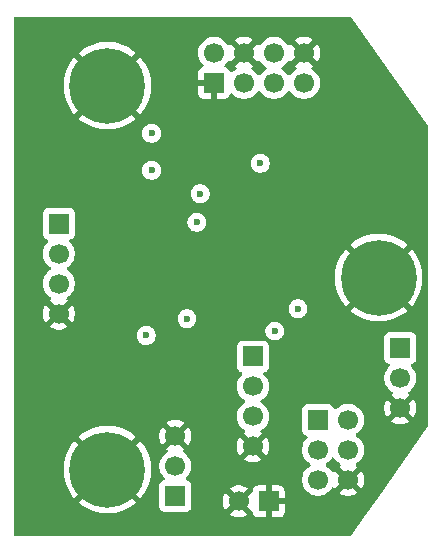
<source format=gbr>
%TF.GenerationSoftware,KiCad,Pcbnew,9.0.4*%
%TF.CreationDate,2025-11-07T20:41:43+01:00*%
%TF.ProjectId,SB_Mod_SR04,53425f4d-6f64-45f5-9352-30342e6b6963,rev?*%
%TF.SameCoordinates,Original*%
%TF.FileFunction,Copper,L3,Inr*%
%TF.FilePolarity,Positive*%
%FSLAX46Y46*%
G04 Gerber Fmt 4.6, Leading zero omitted, Abs format (unit mm)*
G04 Created by KiCad (PCBNEW 9.0.4) date 2025-11-07 20:41:43*
%MOMM*%
%LPD*%
G01*
G04 APERTURE LIST*
%TA.AperFunction,ComponentPad*%
%ADD10R,1.700000X1.700000*%
%TD*%
%TA.AperFunction,ComponentPad*%
%ADD11C,1.700000*%
%TD*%
%TA.AperFunction,ComponentPad*%
%ADD12C,6.400000*%
%TD*%
%TA.AperFunction,ViaPad*%
%ADD13C,0.600000*%
%TD*%
G04 APERTURE END LIST*
D10*
%TO.N,GND*%
%TO.C,J2*%
X122255200Y-117195600D03*
D11*
X119715200Y-117195600D03*
%TD*%
D10*
%TO.N,/SB_ACT*%
%TO.C,J3*%
X120929400Y-104927400D03*
D11*
%TO.N,/SB_DAT*%
X120929400Y-107467400D03*
%TO.N,/SB_CLK*%
X120929400Y-110007400D03*
%TO.N,GND*%
X120929400Y-112547400D03*
%TD*%
D10*
%TO.N,GND*%
%TO.C,SB1*%
X117627400Y-81762600D03*
D11*
%TO.N,+5V*%
X117627400Y-79222600D03*
%TO.N,/SB_CLK*%
X120167400Y-81762600D03*
%TO.N,GND*%
X120167400Y-79222600D03*
%TO.N,/SB_DAT*%
X122707400Y-81762600D03*
%TO.N,/SB_ACT*%
X122707400Y-79222600D03*
%TO.N,+5V*%
X125247400Y-81762600D03*
%TO.N,GND*%
X125247400Y-79222600D03*
%TD*%
D10*
%TO.N,/UPDI*%
%TO.C,J1*%
X133400800Y-104216200D03*
D11*
%TO.N,/PROG_TX*%
X133400800Y-106756200D03*
%TO.N,GND*%
X133400800Y-109296200D03*
%TD*%
D12*
%TO.N,GND*%
%TO.C,H3*%
X108600000Y-114500000D03*
%TD*%
D10*
%TO.N,+5V*%
%TO.C,A1*%
X104493500Y-93679000D03*
D11*
%TO.N,/TRIG*%
X104493500Y-96219000D03*
%TO.N,/ECHO_H*%
X104493500Y-98759000D03*
%TO.N,GND*%
X104493500Y-101299000D03*
%TD*%
D10*
%TO.N,/TX*%
%TO.C,J4*%
X114350800Y-116738400D03*
D11*
%TO.N,/RX*%
X114350800Y-114198400D03*
%TO.N,GND*%
X114350800Y-111658400D03*
%TD*%
D12*
%TO.N,GND*%
%TO.C,H1*%
X108600000Y-82000000D03*
%TD*%
D10*
%TO.N,/UPDI*%
%TO.C,CONN1*%
X126441200Y-110286800D03*
D11*
%TO.N,+5V*%
X128981200Y-110286800D03*
%TO.N,unconnected-(CONN1-nc-Pad3)*%
X126441200Y-112826800D03*
%TO.N,unconnected-(CONN1-nc-Pad4)*%
X128981200Y-112826800D03*
%TO.N,unconnected-(CONN1-nc-Pad5)*%
X126441200Y-115366800D03*
%TO.N,GND*%
X128981200Y-115366800D03*
%TD*%
D12*
%TO.N,GND*%
%TO.C,H2*%
X131572000Y-98250000D03*
%TD*%
D13*
%TO.N,GND*%
X128930400Y-105232200D03*
X107950000Y-100838000D03*
X104775000Y-91186000D03*
X124002800Y-104368600D03*
X110236000Y-94488000D03*
X115138200Y-107518200D03*
X123190000Y-91059000D03*
X125780800Y-101828600D03*
X109220000Y-89535000D03*
X126771400Y-92354400D03*
X108458000Y-107823000D03*
X115290600Y-100304600D03*
X126822200Y-85394800D03*
%TO.N,+5V*%
X116459000Y-91135200D03*
X112344200Y-86029800D03*
X112345000Y-89154000D03*
X121539000Y-88569800D03*
X116179600Y-93573600D03*
%TO.N,/ACT_LED*%
X111887000Y-103149400D03*
X122783600Y-102768400D03*
%TO.N,/ALERT_LED*%
X124739400Y-100888800D03*
X115341400Y-101727000D03*
%TD*%
%TA.AperFunction,Conductor*%
%TO.N,GND*%
G36*
X127782644Y-113480799D02*
G01*
X127821686Y-113525856D01*
X127826151Y-113534620D01*
X127951090Y-113706586D01*
X128101413Y-113856909D01*
X128273379Y-113981848D01*
X128273381Y-113981849D01*
X128273384Y-113981851D01*
X128282693Y-113986594D01*
X128333490Y-114034566D01*
X128350287Y-114102387D01*
X128327752Y-114168522D01*
X128282705Y-114207560D01*
X128273646Y-114212176D01*
X128273640Y-114212180D01*
X128219482Y-114251527D01*
X128219482Y-114251528D01*
X128851791Y-114883837D01*
X128788207Y-114900875D01*
X128674193Y-114966701D01*
X128581101Y-115059793D01*
X128515275Y-115173807D01*
X128498237Y-115237391D01*
X127865928Y-114605082D01*
X127865927Y-114605082D01*
X127826580Y-114659240D01*
X127826576Y-114659246D01*
X127821960Y-114668305D01*
X127773981Y-114719097D01*
X127706159Y-114735887D01*
X127640026Y-114713343D01*
X127600994Y-114668293D01*
X127596251Y-114658984D01*
X127596249Y-114658981D01*
X127596248Y-114658979D01*
X127471309Y-114487013D01*
X127320986Y-114336690D01*
X127149020Y-114211751D01*
X127140800Y-114207563D01*
X127140254Y-114207285D01*
X127089459Y-114159312D01*
X127072663Y-114091492D01*
X127095199Y-114025356D01*
X127140254Y-113986315D01*
X127149016Y-113981851D01*
X127265254Y-113897400D01*
X127320986Y-113856909D01*
X127320988Y-113856906D01*
X127320992Y-113856904D01*
X127471304Y-113706592D01*
X127471306Y-113706588D01*
X127471309Y-113706586D01*
X127596248Y-113534620D01*
X127596247Y-113534620D01*
X127596251Y-113534616D01*
X127600714Y-113525854D01*
X127648688Y-113475059D01*
X127716508Y-113458263D01*
X127782644Y-113480799D01*
G37*
%TD.AperFunction*%
%TA.AperFunction,Conductor*%
G36*
X121282670Y-79984317D02*
G01*
X121282670Y-79984316D01*
X121322022Y-79930155D01*
X121326632Y-79921107D01*
X121374605Y-79870309D01*
X121442425Y-79853512D01*
X121508561Y-79876047D01*
X121547604Y-79921104D01*
X121552349Y-79930417D01*
X121677290Y-80102386D01*
X121827613Y-80252709D01*
X121999582Y-80377650D01*
X122008346Y-80382116D01*
X122059142Y-80430091D01*
X122075936Y-80497912D01*
X122053398Y-80564047D01*
X122008346Y-80603084D01*
X121999582Y-80607549D01*
X121827613Y-80732490D01*
X121677290Y-80882813D01*
X121552349Y-81054782D01*
X121547884Y-81063546D01*
X121499909Y-81114342D01*
X121432088Y-81131136D01*
X121365953Y-81108598D01*
X121326916Y-81063546D01*
X121322450Y-81054782D01*
X121197509Y-80882813D01*
X121047186Y-80732490D01*
X120875217Y-80607549D01*
X120865904Y-80602804D01*
X120815107Y-80554830D01*
X120798312Y-80487009D01*
X120820849Y-80420874D01*
X120865907Y-80381832D01*
X120874955Y-80377222D01*
X120929116Y-80337870D01*
X120929117Y-80337870D01*
X120296808Y-79705562D01*
X120360393Y-79688525D01*
X120474407Y-79622699D01*
X120567499Y-79529607D01*
X120633325Y-79415593D01*
X120650362Y-79352008D01*
X121282670Y-79984317D01*
G37*
%TD.AperFunction*%
%TA.AperFunction,Conductor*%
G36*
X124781475Y-79415593D02*
G01*
X124847301Y-79529607D01*
X124940393Y-79622699D01*
X125054407Y-79688525D01*
X125117990Y-79705562D01*
X124485682Y-80337869D01*
X124485682Y-80337870D01*
X124539852Y-80377226D01*
X124539851Y-80377226D01*
X124548895Y-80381834D01*
X124599692Y-80429808D01*
X124616487Y-80497629D01*
X124593950Y-80563764D01*
X124548899Y-80602802D01*
X124539582Y-80607549D01*
X124367613Y-80732490D01*
X124217290Y-80882813D01*
X124092349Y-81054782D01*
X124087884Y-81063546D01*
X124039909Y-81114342D01*
X123972088Y-81131136D01*
X123905953Y-81108598D01*
X123866916Y-81063546D01*
X123862450Y-81054782D01*
X123737509Y-80882813D01*
X123587186Y-80732490D01*
X123415220Y-80607551D01*
X123414515Y-80607191D01*
X123406454Y-80603085D01*
X123355659Y-80555112D01*
X123338863Y-80487292D01*
X123361399Y-80421156D01*
X123406454Y-80382115D01*
X123415216Y-80377651D01*
X123504420Y-80312841D01*
X123587186Y-80252709D01*
X123587188Y-80252706D01*
X123587192Y-80252704D01*
X123737504Y-80102392D01*
X123737506Y-80102388D01*
X123737509Y-80102386D01*
X123823290Y-79984317D01*
X123862451Y-79930416D01*
X123867193Y-79921108D01*
X123915163Y-79870311D01*
X123982983Y-79853511D01*
X124049119Y-79876045D01*
X124088163Y-79921100D01*
X124092773Y-79930147D01*
X124132128Y-79984316D01*
X124764437Y-79352008D01*
X124781475Y-79415593D01*
G37*
%TD.AperFunction*%
%TA.AperFunction,Conductor*%
G36*
X119701475Y-79415593D02*
G01*
X119767301Y-79529607D01*
X119860393Y-79622699D01*
X119974407Y-79688525D01*
X120037990Y-79705562D01*
X119405682Y-80337869D01*
X119405682Y-80337870D01*
X119459852Y-80377226D01*
X119459851Y-80377226D01*
X119468895Y-80381834D01*
X119519692Y-80429808D01*
X119536487Y-80497629D01*
X119513950Y-80563764D01*
X119468899Y-80602802D01*
X119459582Y-80607549D01*
X119287615Y-80732489D01*
X119173685Y-80846419D01*
X119112362Y-80879903D01*
X119042670Y-80874919D01*
X118986737Y-80833047D01*
X118969822Y-80802070D01*
X118920754Y-80670513D01*
X118920750Y-80670506D01*
X118834590Y-80555412D01*
X118834587Y-80555409D01*
X118719493Y-80469249D01*
X118719488Y-80469246D01*
X118587928Y-80420177D01*
X118531995Y-80378305D01*
X118507578Y-80312841D01*
X118522430Y-80244568D01*
X118543575Y-80216320D01*
X118657504Y-80102392D01*
X118662485Y-80095537D01*
X118743290Y-79984317D01*
X118782451Y-79930416D01*
X118787193Y-79921108D01*
X118835163Y-79870311D01*
X118902983Y-79853511D01*
X118969119Y-79876045D01*
X119008163Y-79921100D01*
X119012773Y-79930147D01*
X119052128Y-79984316D01*
X119684437Y-79352008D01*
X119701475Y-79415593D01*
G37*
%TD.AperFunction*%
%TA.AperFunction,Conductor*%
G36*
X129213825Y-76176185D02*
G01*
X129248022Y-76208895D01*
X135746736Y-85396929D01*
X135769378Y-85463028D01*
X135769500Y-85468533D01*
X135769500Y-110747988D01*
X135749815Y-110815027D01*
X135747053Y-110819143D01*
X131494374Y-116888593D01*
X130356652Y-118512357D01*
X129246582Y-120096655D01*
X129191991Y-120140263D01*
X129145029Y-120149500D01*
X100827500Y-120149500D01*
X100760461Y-120129815D01*
X100714706Y-120077011D01*
X100703500Y-120025500D01*
X100703500Y-114318234D01*
X104900000Y-114318234D01*
X104900000Y-114681765D01*
X104935632Y-115043556D01*
X105006550Y-115400090D01*
X105006553Y-115400101D01*
X105112086Y-115747997D01*
X105251207Y-116083864D01*
X105251209Y-116083869D01*
X105422570Y-116404462D01*
X105422581Y-116404480D01*
X105624551Y-116706750D01*
X105811678Y-116934765D01*
X105811679Y-116934766D01*
X107305747Y-115440697D01*
X107379588Y-115542330D01*
X107557670Y-115720412D01*
X107659301Y-115794251D01*
X106165232Y-117288319D01*
X106165233Y-117288320D01*
X106393249Y-117475448D01*
X106695519Y-117677418D01*
X106695537Y-117677429D01*
X107016130Y-117848790D01*
X107016135Y-117848792D01*
X107352002Y-117987913D01*
X107699898Y-118093446D01*
X107699909Y-118093449D01*
X108056443Y-118164367D01*
X108418234Y-118200000D01*
X108781766Y-118200000D01*
X109143556Y-118164367D01*
X109256036Y-118141994D01*
X109500090Y-118093449D01*
X109500101Y-118093446D01*
X109847997Y-117987913D01*
X110183864Y-117848792D01*
X110183869Y-117848790D01*
X110504462Y-117677429D01*
X110504480Y-117677418D01*
X110806736Y-117475457D01*
X110806750Y-117475447D01*
X111034765Y-117288320D01*
X111034766Y-117288319D01*
X109540698Y-115794251D01*
X109642330Y-115720412D01*
X109820412Y-115542330D01*
X109894251Y-115440698D01*
X111388319Y-116934766D01*
X111388320Y-116934765D01*
X111575447Y-116706750D01*
X111575457Y-116706736D01*
X111777418Y-116404480D01*
X111777429Y-116404462D01*
X111948790Y-116083869D01*
X111948792Y-116083864D01*
X112087913Y-115747997D01*
X112193446Y-115400101D01*
X112193449Y-115400090D01*
X112264367Y-115043556D01*
X112300000Y-114681765D01*
X112300000Y-114318234D01*
X112278447Y-114099395D01*
X112277730Y-114092113D01*
X113000300Y-114092113D01*
X113000300Y-114304686D01*
X113031234Y-114500000D01*
X113033554Y-114514643D01*
X113087855Y-114681765D01*
X113099244Y-114716814D01*
X113195751Y-114906220D01*
X113320690Y-115078186D01*
X113434230Y-115191726D01*
X113467715Y-115253049D01*
X113462731Y-115322741D01*
X113420859Y-115378674D01*
X113389883Y-115395589D01*
X113258469Y-115444603D01*
X113258464Y-115444606D01*
X113143255Y-115530852D01*
X113143252Y-115530855D01*
X113057006Y-115646064D01*
X113057002Y-115646071D01*
X113006708Y-115780917D01*
X113001139Y-115832725D01*
X113000301Y-115840523D01*
X113000300Y-115840535D01*
X113000300Y-117636270D01*
X113000301Y-117636276D01*
X113006708Y-117695883D01*
X113057002Y-117830728D01*
X113057006Y-117830735D01*
X113143252Y-117945944D01*
X113143255Y-117945947D01*
X113258464Y-118032193D01*
X113258471Y-118032197D01*
X113393317Y-118082491D01*
X113393316Y-118082491D01*
X113400244Y-118083235D01*
X113452927Y-118088900D01*
X115248672Y-118088899D01*
X115308283Y-118082491D01*
X115443131Y-118032196D01*
X115558346Y-117945946D01*
X115644596Y-117830731D01*
X115694891Y-117695883D01*
X115701300Y-117636273D01*
X115701299Y-117089353D01*
X118365200Y-117089353D01*
X118365200Y-117301846D01*
X118398442Y-117511727D01*
X118398442Y-117511730D01*
X118464104Y-117713817D01*
X118560575Y-117903150D01*
X118599928Y-117957316D01*
X119232237Y-117325008D01*
X119249275Y-117388593D01*
X119315101Y-117502607D01*
X119408193Y-117595699D01*
X119522207Y-117661525D01*
X119585790Y-117678562D01*
X118953482Y-118310869D01*
X118953482Y-118310870D01*
X119007649Y-118350224D01*
X119196982Y-118446695D01*
X119399070Y-118512357D01*
X119608954Y-118545600D01*
X119821446Y-118545600D01*
X120031327Y-118512357D01*
X120031330Y-118512357D01*
X120233417Y-118446695D01*
X120422754Y-118350222D01*
X120476916Y-118310870D01*
X120476917Y-118310870D01*
X119844608Y-117678562D01*
X119908193Y-117661525D01*
X120022207Y-117595699D01*
X120115299Y-117502607D01*
X120181125Y-117388593D01*
X120198162Y-117325008D01*
X120867556Y-117994403D01*
X120901041Y-118055726D01*
X120900126Y-118070431D01*
X120902697Y-118070155D01*
X120911601Y-118152973D01*
X120911603Y-118152980D01*
X120961845Y-118287686D01*
X120961849Y-118287693D01*
X121048009Y-118402787D01*
X121048012Y-118402790D01*
X121163106Y-118488950D01*
X121163113Y-118488954D01*
X121297820Y-118539196D01*
X121297827Y-118539198D01*
X121357355Y-118545599D01*
X121357372Y-118545600D01*
X122005200Y-118545600D01*
X122005200Y-117628612D01*
X122062207Y-117661525D01*
X122189374Y-117695600D01*
X122321026Y-117695600D01*
X122448193Y-117661525D01*
X122505200Y-117628612D01*
X122505200Y-118545600D01*
X123153028Y-118545600D01*
X123153044Y-118545599D01*
X123212572Y-118539198D01*
X123212579Y-118539196D01*
X123347286Y-118488954D01*
X123347293Y-118488950D01*
X123462387Y-118402790D01*
X123462390Y-118402787D01*
X123548550Y-118287693D01*
X123548554Y-118287686D01*
X123598796Y-118152979D01*
X123598798Y-118152972D01*
X123605199Y-118093444D01*
X123605200Y-118093427D01*
X123605200Y-117445600D01*
X122688212Y-117445600D01*
X122721125Y-117388593D01*
X122755200Y-117261426D01*
X122755200Y-117129774D01*
X122721125Y-117002607D01*
X122688212Y-116945600D01*
X123605200Y-116945600D01*
X123605200Y-116297772D01*
X123605199Y-116297755D01*
X123598798Y-116238227D01*
X123598796Y-116238220D01*
X123548554Y-116103513D01*
X123548550Y-116103506D01*
X123462390Y-115988412D01*
X123462387Y-115988409D01*
X123347293Y-115902249D01*
X123347286Y-115902245D01*
X123212579Y-115852003D01*
X123212572Y-115852001D01*
X123153044Y-115845600D01*
X122505200Y-115845600D01*
X122505200Y-116762588D01*
X122448193Y-116729675D01*
X122321026Y-116695600D01*
X122189374Y-116695600D01*
X122062207Y-116729675D01*
X122005200Y-116762588D01*
X122005200Y-115845600D01*
X121357355Y-115845600D01*
X121297827Y-115852001D01*
X121297820Y-115852003D01*
X121163113Y-115902245D01*
X121163106Y-115902249D01*
X121048012Y-115988409D01*
X121048009Y-115988412D01*
X120961849Y-116103506D01*
X120961845Y-116103513D01*
X120911603Y-116238219D01*
X120911601Y-116238226D01*
X120902697Y-116321044D01*
X120899634Y-116320714D01*
X120900536Y-116337694D01*
X120867556Y-116396795D01*
X120198162Y-117066190D01*
X120181125Y-117002607D01*
X120115299Y-116888593D01*
X120022207Y-116795501D01*
X119908193Y-116729675D01*
X119844609Y-116712637D01*
X120476916Y-116080328D01*
X120422750Y-116040975D01*
X120233417Y-115944504D01*
X120031329Y-115878842D01*
X119821446Y-115845600D01*
X119608954Y-115845600D01*
X119399072Y-115878842D01*
X119399069Y-115878842D01*
X119196982Y-115944504D01*
X119007639Y-116040980D01*
X118953482Y-116080327D01*
X118953482Y-116080328D01*
X119585791Y-116712637D01*
X119522207Y-116729675D01*
X119408193Y-116795501D01*
X119315101Y-116888593D01*
X119249275Y-117002607D01*
X119232237Y-117066191D01*
X118599928Y-116433882D01*
X118599927Y-116433882D01*
X118560580Y-116488039D01*
X118464104Y-116677382D01*
X118398442Y-116879469D01*
X118398442Y-116879472D01*
X118365200Y-117089353D01*
X115701299Y-117089353D01*
X115701299Y-116729675D01*
X115701299Y-116127587D01*
X115701299Y-115840529D01*
X115701298Y-115840523D01*
X115701297Y-115840516D01*
X115694891Y-115780917D01*
X115672302Y-115720354D01*
X115644597Y-115646071D01*
X115644593Y-115646064D01*
X115558347Y-115530855D01*
X115558344Y-115530852D01*
X115443135Y-115444606D01*
X115443128Y-115444602D01*
X115311717Y-115395589D01*
X115255783Y-115353718D01*
X115231366Y-115288253D01*
X115246218Y-115219980D01*
X115267363Y-115191732D01*
X115380904Y-115078192D01*
X115400901Y-115050669D01*
X115505848Y-114906220D01*
X115505847Y-114906220D01*
X115505851Y-114906216D01*
X115602357Y-114716812D01*
X115668046Y-114514643D01*
X115701300Y-114304687D01*
X115701300Y-114092113D01*
X115668046Y-113882157D01*
X115602357Y-113679988D01*
X115505851Y-113490584D01*
X115505849Y-113490581D01*
X115505848Y-113490579D01*
X115380909Y-113318613D01*
X115230586Y-113168290D01*
X115058617Y-113043349D01*
X115049304Y-113038604D01*
X114998507Y-112990630D01*
X114981712Y-112922809D01*
X115004249Y-112856674D01*
X115049307Y-112817632D01*
X115058355Y-112813022D01*
X115112516Y-112773670D01*
X115112517Y-112773670D01*
X114480208Y-112141362D01*
X114543793Y-112124325D01*
X114657807Y-112058499D01*
X114750899Y-111965407D01*
X114816725Y-111851393D01*
X114833762Y-111787808D01*
X115466070Y-112420117D01*
X115466070Y-112420116D01*
X115505423Y-112365953D01*
X115601895Y-112176617D01*
X115667557Y-111974530D01*
X115667557Y-111974527D01*
X115700800Y-111764646D01*
X115700800Y-111552153D01*
X115667557Y-111342272D01*
X115667557Y-111342269D01*
X115601895Y-111140182D01*
X115505424Y-110950849D01*
X115466070Y-110896682D01*
X115466069Y-110896682D01*
X114833762Y-111528990D01*
X114816725Y-111465407D01*
X114750899Y-111351393D01*
X114657807Y-111258301D01*
X114543793Y-111192475D01*
X114480209Y-111175437D01*
X115112516Y-110543128D01*
X115058350Y-110503775D01*
X114869017Y-110407304D01*
X114666929Y-110341642D01*
X114457046Y-110308400D01*
X114244554Y-110308400D01*
X114034672Y-110341642D01*
X114034669Y-110341642D01*
X113832582Y-110407304D01*
X113643239Y-110503780D01*
X113589082Y-110543127D01*
X113589082Y-110543128D01*
X114221391Y-111175437D01*
X114157807Y-111192475D01*
X114043793Y-111258301D01*
X113950701Y-111351393D01*
X113884875Y-111465407D01*
X113867837Y-111528991D01*
X113235528Y-110896682D01*
X113235527Y-110896682D01*
X113196180Y-110950839D01*
X113099704Y-111140182D01*
X113034042Y-111342269D01*
X113034042Y-111342272D01*
X113000800Y-111552153D01*
X113000800Y-111764646D01*
X113034042Y-111974527D01*
X113034042Y-111974530D01*
X113099704Y-112176617D01*
X113196175Y-112365950D01*
X113235528Y-112420116D01*
X113867837Y-111787808D01*
X113884875Y-111851393D01*
X113950701Y-111965407D01*
X114043793Y-112058499D01*
X114157807Y-112124325D01*
X114221390Y-112141362D01*
X113589082Y-112773669D01*
X113589082Y-112773670D01*
X113643252Y-112813026D01*
X113643251Y-112813026D01*
X113652295Y-112817634D01*
X113703092Y-112865608D01*
X113719887Y-112933429D01*
X113697350Y-112999564D01*
X113652299Y-113038602D01*
X113642982Y-113043349D01*
X113471013Y-113168290D01*
X113320690Y-113318613D01*
X113195751Y-113490579D01*
X113099244Y-113679985D01*
X113033553Y-113882160D01*
X113000300Y-114092113D01*
X112277730Y-114092113D01*
X112264367Y-113956443D01*
X112193449Y-113599909D01*
X112193446Y-113599898D01*
X112087913Y-113252002D01*
X111948792Y-112916135D01*
X111948790Y-112916130D01*
X111777429Y-112595537D01*
X111777418Y-112595519D01*
X111575448Y-112293249D01*
X111388320Y-112065233D01*
X111388319Y-112065232D01*
X109894251Y-113559300D01*
X109820412Y-113457670D01*
X109642330Y-113279588D01*
X109540698Y-113205748D01*
X111034766Y-111711679D01*
X110951244Y-111643135D01*
X110951242Y-111643132D01*
X110806750Y-111524551D01*
X110504480Y-111322581D01*
X110504462Y-111322570D01*
X110183869Y-111151209D01*
X110183864Y-111151207D01*
X109847997Y-111012086D01*
X109500101Y-110906553D01*
X109500090Y-110906550D01*
X109143556Y-110835632D01*
X108781766Y-110800000D01*
X108418234Y-110800000D01*
X108056443Y-110835632D01*
X107699909Y-110906550D01*
X107699898Y-110906553D01*
X107352002Y-111012086D01*
X107016135Y-111151207D01*
X107016130Y-111151209D01*
X106695537Y-111322570D01*
X106695519Y-111322581D01*
X106393258Y-111524545D01*
X106393254Y-111524548D01*
X106165233Y-111711679D01*
X106165233Y-111711680D01*
X107659301Y-113205748D01*
X107557670Y-113279588D01*
X107379588Y-113457670D01*
X107305748Y-113559301D01*
X105811680Y-112065233D01*
X105811679Y-112065233D01*
X105624548Y-112293254D01*
X105624545Y-112293258D01*
X105422581Y-112595519D01*
X105422570Y-112595537D01*
X105251209Y-112916130D01*
X105251207Y-112916135D01*
X105112086Y-113252002D01*
X105006553Y-113599898D01*
X105006550Y-113599909D01*
X104935632Y-113956443D01*
X104900000Y-114318234D01*
X100703500Y-114318234D01*
X100703500Y-104029535D01*
X119578900Y-104029535D01*
X119578900Y-105825270D01*
X119578901Y-105825276D01*
X119585308Y-105884883D01*
X119635602Y-106019728D01*
X119635606Y-106019735D01*
X119721852Y-106134944D01*
X119721855Y-106134947D01*
X119837064Y-106221193D01*
X119837071Y-106221197D01*
X119968482Y-106270210D01*
X120024416Y-106312081D01*
X120048833Y-106377545D01*
X120033982Y-106445818D01*
X120012831Y-106474073D01*
X119899289Y-106587615D01*
X119774351Y-106759579D01*
X119677844Y-106948985D01*
X119612153Y-107151160D01*
X119592600Y-107274614D01*
X119578900Y-107361113D01*
X119578900Y-107573687D01*
X119612154Y-107783643D01*
X119655157Y-107915993D01*
X119677844Y-107985814D01*
X119774351Y-108175220D01*
X119899290Y-108347186D01*
X120049613Y-108497509D01*
X120221582Y-108622450D01*
X120230346Y-108626916D01*
X120281142Y-108674891D01*
X120297936Y-108742712D01*
X120275398Y-108808847D01*
X120230346Y-108847884D01*
X120221582Y-108852349D01*
X120049613Y-108977290D01*
X119899290Y-109127613D01*
X119774351Y-109299579D01*
X119677844Y-109488985D01*
X119612153Y-109691160D01*
X119578900Y-109901113D01*
X119578900Y-110113686D01*
X119609739Y-110308400D01*
X119612154Y-110323643D01*
X119670684Y-110503780D01*
X119677844Y-110525814D01*
X119774351Y-110715220D01*
X119899290Y-110887186D01*
X120049613Y-111037509D01*
X120221579Y-111162448D01*
X120221581Y-111162449D01*
X120221584Y-111162451D01*
X120230893Y-111167194D01*
X120281690Y-111215166D01*
X120298487Y-111282987D01*
X120275952Y-111349122D01*
X120230905Y-111388160D01*
X120221846Y-111392776D01*
X120221840Y-111392780D01*
X120167682Y-111432127D01*
X120167682Y-111432128D01*
X120799991Y-112064437D01*
X120736407Y-112081475D01*
X120622393Y-112147301D01*
X120529301Y-112240393D01*
X120463475Y-112354407D01*
X120446437Y-112417991D01*
X119814128Y-111785682D01*
X119814127Y-111785682D01*
X119774780Y-111839839D01*
X119678304Y-112029182D01*
X119612642Y-112231269D01*
X119612642Y-112231272D01*
X119579400Y-112441153D01*
X119579400Y-112653646D01*
X119612642Y-112863527D01*
X119612642Y-112863530D01*
X119678304Y-113065617D01*
X119774775Y-113254950D01*
X119814128Y-113309116D01*
X120446437Y-112676808D01*
X120463475Y-112740393D01*
X120529301Y-112854407D01*
X120622393Y-112947499D01*
X120736407Y-113013325D01*
X120799990Y-113030362D01*
X120167682Y-113662669D01*
X120167682Y-113662670D01*
X120221849Y-113702024D01*
X120411182Y-113798495D01*
X120613270Y-113864157D01*
X120823154Y-113897400D01*
X121035646Y-113897400D01*
X121245527Y-113864157D01*
X121245530Y-113864157D01*
X121447617Y-113798495D01*
X121636954Y-113702022D01*
X121691116Y-113662670D01*
X121691117Y-113662670D01*
X121058808Y-113030362D01*
X121122393Y-113013325D01*
X121236407Y-112947499D01*
X121329499Y-112854407D01*
X121395325Y-112740393D01*
X121412362Y-112676808D01*
X122044670Y-113309117D01*
X122044670Y-113309116D01*
X122084022Y-113254954D01*
X122180495Y-113065617D01*
X122246157Y-112863530D01*
X122246157Y-112863527D01*
X122279400Y-112653646D01*
X122279400Y-112441153D01*
X122246157Y-112231272D01*
X122246157Y-112231269D01*
X122180495Y-112029182D01*
X122084024Y-111839849D01*
X122044670Y-111785682D01*
X122044669Y-111785682D01*
X121412362Y-112417990D01*
X121395325Y-112354407D01*
X121329499Y-112240393D01*
X121236407Y-112147301D01*
X121122393Y-112081475D01*
X121058809Y-112064437D01*
X121691116Y-111432128D01*
X121636947Y-111392773D01*
X121636947Y-111392772D01*
X121627900Y-111388163D01*
X121577106Y-111340188D01*
X121560312Y-111272366D01*
X121582851Y-111206232D01*
X121627908Y-111167193D01*
X121637216Y-111162451D01*
X121729063Y-111095721D01*
X121809186Y-111037509D01*
X121809188Y-111037506D01*
X121809192Y-111037504D01*
X121959504Y-110887192D01*
X121959506Y-110887188D01*
X121959509Y-110887186D01*
X122084448Y-110715220D01*
X122084447Y-110715220D01*
X122084451Y-110715216D01*
X122180957Y-110525812D01*
X122246646Y-110323643D01*
X122279900Y-110113687D01*
X122279900Y-109901113D01*
X122246646Y-109691157D01*
X122180957Y-109488988D01*
X122129978Y-109388935D01*
X125090700Y-109388935D01*
X125090700Y-111184670D01*
X125090701Y-111184676D01*
X125097108Y-111244283D01*
X125147402Y-111379128D01*
X125147406Y-111379135D01*
X125233652Y-111494344D01*
X125233655Y-111494347D01*
X125348864Y-111580593D01*
X125348871Y-111580597D01*
X125480282Y-111629610D01*
X125536216Y-111671481D01*
X125560633Y-111736945D01*
X125545782Y-111805218D01*
X125524631Y-111833473D01*
X125411089Y-111947015D01*
X125286151Y-112118979D01*
X125189644Y-112308385D01*
X125123953Y-112510560D01*
X125101291Y-112653646D01*
X125090700Y-112720513D01*
X125090700Y-112933087D01*
X125092879Y-112946843D01*
X125122134Y-113131557D01*
X125123954Y-113143043D01*
X125181000Y-113318613D01*
X125189644Y-113345214D01*
X125286151Y-113534620D01*
X125411090Y-113706586D01*
X125561413Y-113856909D01*
X125733382Y-113981850D01*
X125742146Y-113986316D01*
X125792942Y-114034291D01*
X125809736Y-114102112D01*
X125787198Y-114168247D01*
X125742146Y-114207284D01*
X125733382Y-114211749D01*
X125561413Y-114336690D01*
X125411090Y-114487013D01*
X125286151Y-114658979D01*
X125189644Y-114848385D01*
X125123953Y-115050560D01*
X125090700Y-115260513D01*
X125090700Y-115473086D01*
X125123935Y-115682927D01*
X125123954Y-115683043D01*
X125187573Y-115878842D01*
X125189644Y-115885214D01*
X125286151Y-116074620D01*
X125411090Y-116246586D01*
X125561413Y-116396909D01*
X125733379Y-116521848D01*
X125733381Y-116521849D01*
X125733384Y-116521851D01*
X125922788Y-116618357D01*
X126124957Y-116684046D01*
X126334913Y-116717300D01*
X126334914Y-116717300D01*
X126547486Y-116717300D01*
X126547487Y-116717300D01*
X126757443Y-116684046D01*
X126959612Y-116618357D01*
X127149016Y-116521851D01*
X127270096Y-116433882D01*
X127320986Y-116396909D01*
X127320988Y-116396906D01*
X127320992Y-116396904D01*
X127471304Y-116246592D01*
X127471306Y-116246588D01*
X127471309Y-116246586D01*
X127557090Y-116128517D01*
X127596251Y-116074616D01*
X127600993Y-116065308D01*
X127648963Y-116014511D01*
X127716783Y-115997711D01*
X127782919Y-116020245D01*
X127821963Y-116065300D01*
X127826573Y-116074347D01*
X127865928Y-116128516D01*
X128498237Y-115496208D01*
X128515275Y-115559793D01*
X128581101Y-115673807D01*
X128674193Y-115766899D01*
X128788207Y-115832725D01*
X128851790Y-115849762D01*
X128219482Y-116482069D01*
X128219482Y-116482070D01*
X128273649Y-116521424D01*
X128462982Y-116617895D01*
X128665070Y-116683557D01*
X128874954Y-116716800D01*
X129087446Y-116716800D01*
X129297327Y-116683557D01*
X129297330Y-116683557D01*
X129499417Y-116617895D01*
X129688754Y-116521422D01*
X129742916Y-116482070D01*
X129742917Y-116482070D01*
X129110608Y-115849762D01*
X129174193Y-115832725D01*
X129288207Y-115766899D01*
X129381299Y-115673807D01*
X129447125Y-115559793D01*
X129464162Y-115496208D01*
X130096470Y-116128517D01*
X130096470Y-116128516D01*
X130135822Y-116074354D01*
X130232295Y-115885017D01*
X130297957Y-115682930D01*
X130297957Y-115682927D01*
X130331200Y-115473046D01*
X130331200Y-115260553D01*
X130297957Y-115050672D01*
X130297957Y-115050669D01*
X130232295Y-114848582D01*
X130135824Y-114659249D01*
X130096470Y-114605082D01*
X130096469Y-114605082D01*
X129464162Y-115237390D01*
X129447125Y-115173807D01*
X129381299Y-115059793D01*
X129288207Y-114966701D01*
X129174193Y-114900875D01*
X129110609Y-114883837D01*
X129742916Y-114251528D01*
X129688747Y-114212173D01*
X129688747Y-114212172D01*
X129679700Y-114207563D01*
X129628906Y-114159588D01*
X129612112Y-114091766D01*
X129634651Y-114025632D01*
X129679708Y-113986593D01*
X129689016Y-113981851D01*
X129826230Y-113882160D01*
X129860986Y-113856909D01*
X129860988Y-113856906D01*
X129860992Y-113856904D01*
X130011304Y-113706592D01*
X130011306Y-113706588D01*
X130011309Y-113706586D01*
X130136248Y-113534620D01*
X130136247Y-113534620D01*
X130136251Y-113534616D01*
X130232757Y-113345212D01*
X130298446Y-113143043D01*
X130331700Y-112933087D01*
X130331700Y-112720513D01*
X130298446Y-112510557D01*
X130232757Y-112308388D01*
X130136251Y-112118984D01*
X130136249Y-112118981D01*
X130136248Y-112118979D01*
X130011309Y-111947013D01*
X129860986Y-111796690D01*
X129689020Y-111671751D01*
X129688315Y-111671391D01*
X129680254Y-111667285D01*
X129629459Y-111619312D01*
X129612663Y-111551492D01*
X129635199Y-111485356D01*
X129680254Y-111446315D01*
X129689016Y-111441851D01*
X129756557Y-111392780D01*
X129860986Y-111316909D01*
X129860988Y-111316906D01*
X129860992Y-111316904D01*
X130011304Y-111166592D01*
X130011306Y-111166588D01*
X130011309Y-111166586D01*
X130136248Y-110994620D01*
X130136247Y-110994620D01*
X130136251Y-110994616D01*
X130232757Y-110805212D01*
X130298446Y-110603043D01*
X130331700Y-110393087D01*
X130331700Y-110180513D01*
X130298446Y-109970557D01*
X130232757Y-109768388D01*
X130136251Y-109578984D01*
X130136249Y-109578981D01*
X130136248Y-109578979D01*
X130011309Y-109407013D01*
X129860986Y-109256690D01*
X129689020Y-109131751D01*
X129499614Y-109035244D01*
X129499613Y-109035243D01*
X129499612Y-109035243D01*
X129297443Y-108969554D01*
X129297441Y-108969553D01*
X129297440Y-108969553D01*
X129136157Y-108944008D01*
X129087487Y-108936300D01*
X128874913Y-108936300D01*
X128826242Y-108944008D01*
X128664960Y-108969553D01*
X128462785Y-109035244D01*
X128273379Y-109131751D01*
X128101415Y-109256689D01*
X127987873Y-109370231D01*
X127926550Y-109403715D01*
X127856858Y-109398731D01*
X127800925Y-109356859D01*
X127784010Y-109325882D01*
X127734997Y-109194471D01*
X127734993Y-109194464D01*
X127648747Y-109079255D01*
X127648744Y-109079252D01*
X127533535Y-108993006D01*
X127533528Y-108993002D01*
X127398682Y-108942708D01*
X127398683Y-108942708D01*
X127339083Y-108936301D01*
X127339081Y-108936300D01*
X127339073Y-108936300D01*
X127339064Y-108936300D01*
X125543329Y-108936300D01*
X125543323Y-108936301D01*
X125483716Y-108942708D01*
X125348871Y-108993002D01*
X125348864Y-108993006D01*
X125233655Y-109079252D01*
X125233652Y-109079255D01*
X125147406Y-109194464D01*
X125147402Y-109194471D01*
X125097108Y-109329317D01*
X125090701Y-109388916D01*
X125090700Y-109388935D01*
X122129978Y-109388935D01*
X122084451Y-109299584D01*
X122084449Y-109299581D01*
X122084448Y-109299579D01*
X121959509Y-109127613D01*
X121809186Y-108977290D01*
X121637220Y-108852351D01*
X121636515Y-108851991D01*
X121628454Y-108847885D01*
X121577659Y-108799912D01*
X121560863Y-108732092D01*
X121583399Y-108665956D01*
X121628454Y-108626915D01*
X121637216Y-108622451D01*
X121758296Y-108534482D01*
X121809186Y-108497509D01*
X121809188Y-108497506D01*
X121809192Y-108497504D01*
X121959504Y-108347192D01*
X121959506Y-108347188D01*
X121959509Y-108347186D01*
X122084448Y-108175220D01*
X122084447Y-108175220D01*
X122084451Y-108175216D01*
X122180957Y-107985812D01*
X122246646Y-107783643D01*
X122279900Y-107573687D01*
X122279900Y-107361113D01*
X122246646Y-107151157D01*
X122180957Y-106948988D01*
X122084451Y-106759584D01*
X122084449Y-106759581D01*
X122084448Y-106759579D01*
X121959509Y-106587613D01*
X121845969Y-106474073D01*
X121812484Y-106412750D01*
X121817468Y-106343058D01*
X121859340Y-106287125D01*
X121890315Y-106270210D01*
X122021731Y-106221196D01*
X122136946Y-106134946D01*
X122223196Y-106019731D01*
X122273491Y-105884883D01*
X122279900Y-105825273D01*
X122279899Y-104029528D01*
X122273491Y-103969917D01*
X122266025Y-103949900D01*
X122223197Y-103835071D01*
X122223193Y-103835064D01*
X122136947Y-103719855D01*
X122136944Y-103719852D01*
X122021735Y-103633606D01*
X122021728Y-103633602D01*
X121886882Y-103583308D01*
X121886883Y-103583308D01*
X121827283Y-103576901D01*
X121827281Y-103576900D01*
X121827273Y-103576900D01*
X121827264Y-103576900D01*
X120031529Y-103576900D01*
X120031523Y-103576901D01*
X119971916Y-103583308D01*
X119837071Y-103633602D01*
X119837064Y-103633606D01*
X119721855Y-103719852D01*
X119721852Y-103719855D01*
X119635606Y-103835064D01*
X119635602Y-103835071D01*
X119585308Y-103969917D01*
X119578901Y-104029516D01*
X119578901Y-104029523D01*
X119578900Y-104029535D01*
X100703500Y-104029535D01*
X100703500Y-103070553D01*
X111086500Y-103070553D01*
X111086500Y-103228246D01*
X111117261Y-103382889D01*
X111117264Y-103382901D01*
X111177602Y-103528572D01*
X111177609Y-103528585D01*
X111265210Y-103659688D01*
X111265213Y-103659692D01*
X111376707Y-103771186D01*
X111376711Y-103771189D01*
X111507814Y-103858790D01*
X111507827Y-103858797D01*
X111653498Y-103919135D01*
X111653503Y-103919137D01*
X111808153Y-103949899D01*
X111808156Y-103949900D01*
X111808158Y-103949900D01*
X111965844Y-103949900D01*
X111965845Y-103949899D01*
X112120497Y-103919137D01*
X112131183Y-103914710D01*
X112138585Y-103911645D01*
X112266172Y-103858797D01*
X112266172Y-103858796D01*
X112266179Y-103858794D01*
X112397289Y-103771189D01*
X112508789Y-103659689D01*
X112596394Y-103528579D01*
X112656737Y-103382897D01*
X112687500Y-103228242D01*
X112687500Y-103070558D01*
X112687500Y-103070555D01*
X112687499Y-103070553D01*
X112656737Y-102915903D01*
X112635943Y-102865701D01*
X112596397Y-102770227D01*
X112596393Y-102770220D01*
X112584458Y-102752358D01*
X112584457Y-102752356D01*
X112542493Y-102689553D01*
X121983100Y-102689553D01*
X121983100Y-102847246D01*
X122013861Y-103001889D01*
X122013864Y-103001901D01*
X122074202Y-103147572D01*
X122074209Y-103147585D01*
X122161810Y-103278688D01*
X122161813Y-103278692D01*
X122273307Y-103390186D01*
X122273311Y-103390189D01*
X122404414Y-103477790D01*
X122404427Y-103477797D01*
X122527042Y-103528585D01*
X122550103Y-103538137D01*
X122704753Y-103568899D01*
X122704756Y-103568900D01*
X122704758Y-103568900D01*
X122862444Y-103568900D01*
X122862445Y-103568899D01*
X123017097Y-103538137D01*
X123162779Y-103477794D01*
X123293889Y-103390189D01*
X123365743Y-103318335D01*
X132050300Y-103318335D01*
X132050300Y-105114070D01*
X132050301Y-105114076D01*
X132056708Y-105173683D01*
X132107002Y-105308528D01*
X132107006Y-105308535D01*
X132193252Y-105423744D01*
X132193255Y-105423747D01*
X132308464Y-105509993D01*
X132308471Y-105509997D01*
X132439882Y-105559010D01*
X132495816Y-105600881D01*
X132520233Y-105666345D01*
X132505382Y-105734618D01*
X132484231Y-105762873D01*
X132370689Y-105876415D01*
X132245751Y-106048379D01*
X132149244Y-106237785D01*
X132083553Y-106439960D01*
X132050300Y-106649913D01*
X132050300Y-106862486D01*
X132083553Y-107072439D01*
X132149244Y-107274614D01*
X132245751Y-107464020D01*
X132370690Y-107635986D01*
X132521013Y-107786309D01*
X132692979Y-107911248D01*
X132692981Y-107911249D01*
X132692984Y-107911251D01*
X132702293Y-107915994D01*
X132753090Y-107963966D01*
X132769887Y-108031787D01*
X132747352Y-108097922D01*
X132702305Y-108136960D01*
X132693246Y-108141576D01*
X132693240Y-108141580D01*
X132639082Y-108180927D01*
X132639082Y-108180928D01*
X133271391Y-108813237D01*
X133207807Y-108830275D01*
X133093793Y-108896101D01*
X133000701Y-108989193D01*
X132934875Y-109103207D01*
X132917837Y-109166791D01*
X132285528Y-108534482D01*
X132285527Y-108534482D01*
X132246180Y-108588639D01*
X132149704Y-108777982D01*
X132084042Y-108980069D01*
X132084042Y-108980072D01*
X132050800Y-109189953D01*
X132050800Y-109402446D01*
X132084042Y-109612327D01*
X132084042Y-109612330D01*
X132149704Y-109814417D01*
X132246175Y-110003750D01*
X132285528Y-110057916D01*
X132917837Y-109425608D01*
X132934875Y-109489193D01*
X133000701Y-109603207D01*
X133093793Y-109696299D01*
X133207807Y-109762125D01*
X133271390Y-109779162D01*
X132639082Y-110411469D01*
X132639082Y-110411470D01*
X132693249Y-110450824D01*
X132882582Y-110547295D01*
X133084670Y-110612957D01*
X133294554Y-110646200D01*
X133507046Y-110646200D01*
X133716927Y-110612957D01*
X133716930Y-110612957D01*
X133919017Y-110547295D01*
X134108354Y-110450822D01*
X134162516Y-110411470D01*
X134162517Y-110411470D01*
X133530208Y-109779162D01*
X133593793Y-109762125D01*
X133707807Y-109696299D01*
X133800899Y-109603207D01*
X133866725Y-109489193D01*
X133883762Y-109425608D01*
X134516070Y-110057917D01*
X134516070Y-110057916D01*
X134555422Y-110003754D01*
X134651895Y-109814417D01*
X134717557Y-109612330D01*
X134717557Y-109612327D01*
X134750800Y-109402446D01*
X134750800Y-109189953D01*
X134717557Y-108980072D01*
X134717557Y-108980069D01*
X134651895Y-108777982D01*
X134555424Y-108588649D01*
X134516070Y-108534482D01*
X134516069Y-108534482D01*
X133883762Y-109166790D01*
X133866725Y-109103207D01*
X133800899Y-108989193D01*
X133707807Y-108896101D01*
X133593793Y-108830275D01*
X133530209Y-108813237D01*
X134162516Y-108180928D01*
X134108347Y-108141573D01*
X134108347Y-108141572D01*
X134099300Y-108136963D01*
X134048506Y-108088988D01*
X134031712Y-108021166D01*
X134054251Y-107955032D01*
X134099308Y-107915993D01*
X134108616Y-107911251D01*
X134187807Y-107853715D01*
X134280586Y-107786309D01*
X134280588Y-107786306D01*
X134280592Y-107786304D01*
X134430904Y-107635992D01*
X134430906Y-107635988D01*
X134430909Y-107635986D01*
X134555848Y-107464020D01*
X134555847Y-107464020D01*
X134555851Y-107464016D01*
X134652357Y-107274612D01*
X134718046Y-107072443D01*
X134751300Y-106862487D01*
X134751300Y-106649913D01*
X134718046Y-106439957D01*
X134652357Y-106237788D01*
X134555851Y-106048384D01*
X134555849Y-106048381D01*
X134555848Y-106048379D01*
X134430909Y-105876413D01*
X134317369Y-105762873D01*
X134283884Y-105701550D01*
X134288868Y-105631858D01*
X134330740Y-105575925D01*
X134361715Y-105559010D01*
X134493131Y-105509996D01*
X134608346Y-105423746D01*
X134694596Y-105308531D01*
X134744891Y-105173683D01*
X134751300Y-105114073D01*
X134751299Y-103318328D01*
X134744891Y-103258717D01*
X134740190Y-103246114D01*
X134694597Y-103123871D01*
X134694593Y-103123864D01*
X134608347Y-103008655D01*
X134608344Y-103008652D01*
X134493135Y-102922406D01*
X134493128Y-102922402D01*
X134358282Y-102872108D01*
X134358283Y-102872108D01*
X134298683Y-102865701D01*
X134298681Y-102865700D01*
X134298673Y-102865700D01*
X134298664Y-102865700D01*
X132502929Y-102865700D01*
X132502923Y-102865701D01*
X132443316Y-102872108D01*
X132308471Y-102922402D01*
X132308464Y-102922406D01*
X132193255Y-103008652D01*
X132193252Y-103008655D01*
X132107006Y-103123864D01*
X132107002Y-103123871D01*
X132056708Y-103258717D01*
X132054561Y-103278692D01*
X132050301Y-103318323D01*
X132050300Y-103318335D01*
X123365743Y-103318335D01*
X123405389Y-103278689D01*
X123492994Y-103147579D01*
X123553337Y-103001897D01*
X123584100Y-102847242D01*
X123584100Y-102689558D01*
X123584100Y-102689555D01*
X123584099Y-102689553D01*
X123574065Y-102639111D01*
X123553337Y-102534903D01*
X123537528Y-102496737D01*
X123492997Y-102389227D01*
X123492990Y-102389214D01*
X123405389Y-102258111D01*
X123405386Y-102258107D01*
X123293892Y-102146613D01*
X123293888Y-102146610D01*
X123162785Y-102059009D01*
X123162772Y-102059002D01*
X123017101Y-101998664D01*
X123017089Y-101998661D01*
X122862445Y-101967900D01*
X122862442Y-101967900D01*
X122704758Y-101967900D01*
X122704755Y-101967900D01*
X122550110Y-101998661D01*
X122550098Y-101998664D01*
X122404427Y-102059002D01*
X122404414Y-102059009D01*
X122273311Y-102146610D01*
X122273307Y-102146613D01*
X122161813Y-102258107D01*
X122161810Y-102258111D01*
X122074209Y-102389214D01*
X122074202Y-102389227D01*
X122013864Y-102534898D01*
X122013861Y-102534910D01*
X121983100Y-102689553D01*
X112542493Y-102689553D01*
X112508789Y-102639111D01*
X112508786Y-102639107D01*
X112397292Y-102527613D01*
X112397288Y-102527610D01*
X112266185Y-102440009D01*
X112266172Y-102440002D01*
X112120501Y-102379664D01*
X112120489Y-102379661D01*
X111965845Y-102348900D01*
X111965842Y-102348900D01*
X111808158Y-102348900D01*
X111808155Y-102348900D01*
X111653510Y-102379661D01*
X111653498Y-102379664D01*
X111507827Y-102440002D01*
X111507814Y-102440009D01*
X111376711Y-102527610D01*
X111376707Y-102527613D01*
X111265213Y-102639107D01*
X111265210Y-102639111D01*
X111177609Y-102770214D01*
X111177602Y-102770227D01*
X111117264Y-102915898D01*
X111117261Y-102915910D01*
X111086500Y-103070553D01*
X100703500Y-103070553D01*
X100703500Y-92781135D01*
X103143000Y-92781135D01*
X103143000Y-94576870D01*
X103143001Y-94576876D01*
X103149408Y-94636483D01*
X103199702Y-94771328D01*
X103199706Y-94771335D01*
X103285952Y-94886544D01*
X103285955Y-94886547D01*
X103401164Y-94972793D01*
X103401171Y-94972797D01*
X103532582Y-95021810D01*
X103588516Y-95063681D01*
X103612933Y-95129145D01*
X103598082Y-95197418D01*
X103576931Y-95225673D01*
X103463389Y-95339215D01*
X103338451Y-95511179D01*
X103241944Y-95700585D01*
X103176253Y-95902760D01*
X103143000Y-96112713D01*
X103143000Y-96325287D01*
X103146207Y-96345537D01*
X103176253Y-96535239D01*
X103241944Y-96737414D01*
X103338451Y-96926820D01*
X103463390Y-97098786D01*
X103613713Y-97249109D01*
X103785682Y-97374050D01*
X103794446Y-97378516D01*
X103845242Y-97426491D01*
X103862036Y-97494312D01*
X103839498Y-97560447D01*
X103794446Y-97599484D01*
X103785682Y-97603949D01*
X103613713Y-97728890D01*
X103463390Y-97879213D01*
X103338451Y-98051179D01*
X103241944Y-98240585D01*
X103176253Y-98442760D01*
X103150786Y-98603554D01*
X103143000Y-98652713D01*
X103143000Y-98865287D01*
X103176254Y-99075243D01*
X103200573Y-99150090D01*
X103241944Y-99277414D01*
X103338451Y-99466820D01*
X103463390Y-99638786D01*
X103613713Y-99789109D01*
X103785679Y-99914048D01*
X103785681Y-99914049D01*
X103785684Y-99914051D01*
X103794993Y-99918794D01*
X103845790Y-99966766D01*
X103862587Y-100034587D01*
X103840052Y-100100722D01*
X103795005Y-100139760D01*
X103785946Y-100144376D01*
X103785940Y-100144380D01*
X103731782Y-100183727D01*
X103731782Y-100183728D01*
X104364091Y-100816037D01*
X104300507Y-100833075D01*
X104186493Y-100898901D01*
X104093401Y-100991993D01*
X104027575Y-101106007D01*
X104010537Y-101169591D01*
X103378228Y-100537282D01*
X103378227Y-100537282D01*
X103338880Y-100591439D01*
X103242404Y-100780782D01*
X103176742Y-100982869D01*
X103176742Y-100982872D01*
X103143500Y-101192753D01*
X103143500Y-101405246D01*
X103176742Y-101615127D01*
X103176742Y-101615130D01*
X103242404Y-101817217D01*
X103338875Y-102006550D01*
X103378228Y-102060716D01*
X104010537Y-101428408D01*
X104027575Y-101491993D01*
X104093401Y-101606007D01*
X104186493Y-101699099D01*
X104300507Y-101764925D01*
X104364090Y-101781962D01*
X103731782Y-102414269D01*
X103731782Y-102414270D01*
X103785949Y-102453624D01*
X103975282Y-102550095D01*
X104177370Y-102615757D01*
X104387254Y-102649000D01*
X104599746Y-102649000D01*
X104809627Y-102615757D01*
X104809630Y-102615757D01*
X105011717Y-102550095D01*
X105201054Y-102453622D01*
X105255216Y-102414270D01*
X105255217Y-102414270D01*
X104622908Y-101781962D01*
X104686493Y-101764925D01*
X104800507Y-101699099D01*
X104893599Y-101606007D01*
X104959425Y-101491993D01*
X104976462Y-101428408D01*
X105608770Y-102060717D01*
X105608770Y-102060716D01*
X105648122Y-102006554D01*
X105744595Y-101817217D01*
X105799527Y-101648153D01*
X114540900Y-101648153D01*
X114540900Y-101805846D01*
X114571661Y-101960489D01*
X114571664Y-101960501D01*
X114632002Y-102106172D01*
X114632009Y-102106185D01*
X114719610Y-102237288D01*
X114719613Y-102237292D01*
X114831107Y-102348786D01*
X114831111Y-102348789D01*
X114962214Y-102436390D01*
X114962227Y-102436397D01*
X115107898Y-102496735D01*
X115107903Y-102496737D01*
X115262553Y-102527499D01*
X115262556Y-102527500D01*
X115262558Y-102527500D01*
X115420244Y-102527500D01*
X115420245Y-102527499D01*
X115574897Y-102496737D01*
X115711859Y-102440006D01*
X115720572Y-102436397D01*
X115720572Y-102436396D01*
X115720579Y-102436394D01*
X115851689Y-102348789D01*
X115963189Y-102237289D01*
X116050794Y-102106179D01*
X116111137Y-101960497D01*
X116141900Y-101805842D01*
X116141900Y-101648158D01*
X116141900Y-101648155D01*
X116141899Y-101648153D01*
X116135330Y-101615127D01*
X116111137Y-101493503D01*
X116110512Y-101491993D01*
X116050797Y-101347827D01*
X116050790Y-101347814D01*
X115963189Y-101216711D01*
X115963186Y-101216707D01*
X115851692Y-101105213D01*
X115851688Y-101105210D01*
X115720585Y-101017609D01*
X115720572Y-101017602D01*
X115574901Y-100957264D01*
X115574891Y-100957261D01*
X115420245Y-100926500D01*
X115420242Y-100926500D01*
X115262558Y-100926500D01*
X115262555Y-100926500D01*
X115107910Y-100957261D01*
X115107898Y-100957264D01*
X114962227Y-101017602D01*
X114962214Y-101017609D01*
X114831111Y-101105210D01*
X114831107Y-101105213D01*
X114719613Y-101216707D01*
X114719610Y-101216711D01*
X114632009Y-101347814D01*
X114632002Y-101347827D01*
X114571664Y-101493498D01*
X114571661Y-101493510D01*
X114540900Y-101648153D01*
X105799527Y-101648153D01*
X105810257Y-101615129D01*
X105843500Y-101405246D01*
X105843500Y-101192753D01*
X105810257Y-100982872D01*
X105810257Y-100982869D01*
X105754073Y-100809953D01*
X123938900Y-100809953D01*
X123938900Y-100967646D01*
X123969661Y-101122289D01*
X123969664Y-101122301D01*
X124030002Y-101267972D01*
X124030009Y-101267985D01*
X124117610Y-101399088D01*
X124117613Y-101399092D01*
X124229107Y-101510586D01*
X124229111Y-101510589D01*
X124360214Y-101598190D01*
X124360227Y-101598197D01*
X124505898Y-101658535D01*
X124505903Y-101658537D01*
X124660553Y-101689299D01*
X124660556Y-101689300D01*
X124660558Y-101689300D01*
X124818244Y-101689300D01*
X124818245Y-101689299D01*
X124972897Y-101658537D01*
X125099717Y-101606007D01*
X125118572Y-101598197D01*
X125118572Y-101598196D01*
X125118579Y-101598194D01*
X125249689Y-101510589D01*
X125361189Y-101399089D01*
X125448794Y-101267979D01*
X125509137Y-101122297D01*
X125539900Y-100967642D01*
X125539900Y-100809958D01*
X125539900Y-100809955D01*
X125539899Y-100809953D01*
X125534096Y-100780782D01*
X125509137Y-100655303D01*
X125482684Y-100591439D01*
X125448797Y-100509627D01*
X125448790Y-100509614D01*
X125361189Y-100378511D01*
X125361186Y-100378507D01*
X125249692Y-100267013D01*
X125249688Y-100267010D01*
X125118585Y-100179409D01*
X125118572Y-100179402D01*
X124972901Y-100119064D01*
X124972889Y-100119061D01*
X124818245Y-100088300D01*
X124818242Y-100088300D01*
X124660558Y-100088300D01*
X124660555Y-100088300D01*
X124505910Y-100119061D01*
X124505898Y-100119064D01*
X124360227Y-100179402D01*
X124360214Y-100179409D01*
X124229111Y-100267010D01*
X124229107Y-100267013D01*
X124117613Y-100378507D01*
X124117610Y-100378511D01*
X124030009Y-100509614D01*
X124030002Y-100509627D01*
X123969664Y-100655298D01*
X123969661Y-100655310D01*
X123938900Y-100809953D01*
X105754073Y-100809953D01*
X105744595Y-100780782D01*
X105648124Y-100591449D01*
X105608770Y-100537282D01*
X105608769Y-100537282D01*
X104976462Y-101169590D01*
X104959425Y-101106007D01*
X104893599Y-100991993D01*
X104800507Y-100898901D01*
X104686493Y-100833075D01*
X104622909Y-100816037D01*
X105255216Y-100183728D01*
X105201047Y-100144373D01*
X105201047Y-100144372D01*
X105192000Y-100139763D01*
X105141206Y-100091788D01*
X105124412Y-100023966D01*
X105146951Y-99957832D01*
X105192008Y-99918793D01*
X105201316Y-99914051D01*
X105311685Y-99833864D01*
X105373286Y-99789109D01*
X105373288Y-99789106D01*
X105373292Y-99789104D01*
X105523604Y-99638792D01*
X105523606Y-99638788D01*
X105523609Y-99638786D01*
X105648548Y-99466820D01*
X105648547Y-99466820D01*
X105648551Y-99466816D01*
X105745057Y-99277412D01*
X105810746Y-99075243D01*
X105844000Y-98865287D01*
X105844000Y-98652713D01*
X105810746Y-98442757D01*
X105745057Y-98240588D01*
X105684370Y-98121482D01*
X105684369Y-98121478D01*
X105657239Y-98068234D01*
X127872000Y-98068234D01*
X127872000Y-98431765D01*
X127907632Y-98793556D01*
X127978550Y-99150090D01*
X127978553Y-99150101D01*
X128084086Y-99497997D01*
X128223207Y-99833864D01*
X128223209Y-99833869D01*
X128394570Y-100154462D01*
X128394581Y-100154480D01*
X128596551Y-100456750D01*
X128783678Y-100684765D01*
X128783679Y-100684766D01*
X130277747Y-99190697D01*
X130351588Y-99292330D01*
X130529670Y-99470412D01*
X130631301Y-99544251D01*
X129137232Y-101038319D01*
X129137233Y-101038320D01*
X129365249Y-101225448D01*
X129667519Y-101427418D01*
X129667537Y-101427429D01*
X129988130Y-101598790D01*
X129988135Y-101598792D01*
X130324002Y-101737913D01*
X130671898Y-101843446D01*
X130671909Y-101843449D01*
X131028443Y-101914367D01*
X131390234Y-101950000D01*
X131753766Y-101950000D01*
X132115556Y-101914367D01*
X132472090Y-101843449D01*
X132472101Y-101843446D01*
X132819997Y-101737913D01*
X133155864Y-101598792D01*
X133155869Y-101598790D01*
X133476462Y-101427429D01*
X133476480Y-101427418D01*
X133778736Y-101225457D01*
X133778750Y-101225447D01*
X134006765Y-101038320D01*
X134006766Y-101038319D01*
X132512698Y-99544251D01*
X132614330Y-99470412D01*
X132792412Y-99292330D01*
X132866251Y-99190698D01*
X134360319Y-100684766D01*
X134360320Y-100684765D01*
X134547447Y-100456750D01*
X134547457Y-100456736D01*
X134749418Y-100154480D01*
X134749429Y-100154462D01*
X134920790Y-99833869D01*
X134920792Y-99833864D01*
X135059913Y-99497997D01*
X135165446Y-99150101D01*
X135165449Y-99150090D01*
X135236367Y-98793556D01*
X135272000Y-98431765D01*
X135272000Y-98068234D01*
X135236367Y-97706443D01*
X135165449Y-97349909D01*
X135165446Y-97349898D01*
X135059913Y-97002002D01*
X134920792Y-96666135D01*
X134920790Y-96666130D01*
X134749429Y-96345537D01*
X134749418Y-96345519D01*
X134547448Y-96043249D01*
X134360320Y-95815233D01*
X134360319Y-95815232D01*
X132866251Y-97309300D01*
X132792412Y-97207670D01*
X132614330Y-97029588D01*
X132512698Y-96955748D01*
X134006766Y-95461679D01*
X134006765Y-95461678D01*
X133778750Y-95274551D01*
X133476480Y-95072581D01*
X133476462Y-95072570D01*
X133155869Y-94901209D01*
X133155864Y-94901207D01*
X132819997Y-94762086D01*
X132472101Y-94656553D01*
X132472090Y-94656550D01*
X132115556Y-94585632D01*
X131753766Y-94550000D01*
X131390234Y-94550000D01*
X131028443Y-94585632D01*
X130671909Y-94656550D01*
X130671898Y-94656553D01*
X130324002Y-94762086D01*
X129988135Y-94901207D01*
X129988130Y-94901209D01*
X129667537Y-95072570D01*
X129667519Y-95072581D01*
X129365258Y-95274545D01*
X129365254Y-95274548D01*
X129137233Y-95461679D01*
X129137233Y-95461680D01*
X130631301Y-96955748D01*
X130529670Y-97029588D01*
X130351588Y-97207670D01*
X130277748Y-97309301D01*
X128783680Y-95815233D01*
X128783679Y-95815233D01*
X128596548Y-96043254D01*
X128596545Y-96043258D01*
X128394581Y-96345519D01*
X128394570Y-96345537D01*
X128223209Y-96666130D01*
X128223207Y-96666135D01*
X128084086Y-97002002D01*
X127978553Y-97349898D01*
X127978550Y-97349909D01*
X127907632Y-97706443D01*
X127872000Y-98068234D01*
X105657239Y-98068234D01*
X105648552Y-98051185D01*
X105648551Y-98051184D01*
X105523609Y-97879213D01*
X105373286Y-97728890D01*
X105201320Y-97603951D01*
X105200615Y-97603591D01*
X105192554Y-97599485D01*
X105141759Y-97551512D01*
X105124963Y-97483692D01*
X105147499Y-97417556D01*
X105192554Y-97378515D01*
X105201316Y-97374051D01*
X105234560Y-97349898D01*
X105373286Y-97249109D01*
X105373288Y-97249106D01*
X105373292Y-97249104D01*
X105523604Y-97098792D01*
X105523606Y-97098788D01*
X105523609Y-97098786D01*
X105648548Y-96926820D01*
X105648547Y-96926820D01*
X105648551Y-96926816D01*
X105745057Y-96737412D01*
X105810746Y-96535243D01*
X105844000Y-96325287D01*
X105844000Y-96112713D01*
X105810746Y-95902757D01*
X105745057Y-95700588D01*
X105648551Y-95511184D01*
X105648549Y-95511181D01*
X105648548Y-95511179D01*
X105523609Y-95339213D01*
X105410069Y-95225673D01*
X105376584Y-95164350D01*
X105381568Y-95094658D01*
X105423440Y-95038725D01*
X105454415Y-95021810D01*
X105585831Y-94972796D01*
X105701046Y-94886546D01*
X105787296Y-94771331D01*
X105837591Y-94636483D01*
X105844000Y-94576873D01*
X105843999Y-93494753D01*
X115379100Y-93494753D01*
X115379100Y-93652446D01*
X115409861Y-93807089D01*
X115409864Y-93807101D01*
X115470202Y-93952772D01*
X115470209Y-93952785D01*
X115557810Y-94083888D01*
X115557813Y-94083892D01*
X115669307Y-94195386D01*
X115669311Y-94195389D01*
X115800414Y-94282990D01*
X115800427Y-94282997D01*
X115946098Y-94343335D01*
X115946103Y-94343337D01*
X116100753Y-94374099D01*
X116100756Y-94374100D01*
X116100758Y-94374100D01*
X116258444Y-94374100D01*
X116258445Y-94374099D01*
X116413097Y-94343337D01*
X116558779Y-94282994D01*
X116689889Y-94195389D01*
X116801389Y-94083889D01*
X116888994Y-93952779D01*
X116949337Y-93807097D01*
X116980100Y-93652442D01*
X116980100Y-93494758D01*
X116980100Y-93494755D01*
X116980099Y-93494753D01*
X116949338Y-93340110D01*
X116949337Y-93340103D01*
X116949335Y-93340098D01*
X116888997Y-93194427D01*
X116888990Y-93194414D01*
X116801389Y-93063311D01*
X116801386Y-93063307D01*
X116689892Y-92951813D01*
X116689888Y-92951810D01*
X116558785Y-92864209D01*
X116558772Y-92864202D01*
X116413101Y-92803864D01*
X116413089Y-92803861D01*
X116258445Y-92773100D01*
X116258442Y-92773100D01*
X116100758Y-92773100D01*
X116100755Y-92773100D01*
X115946110Y-92803861D01*
X115946098Y-92803864D01*
X115800427Y-92864202D01*
X115800414Y-92864209D01*
X115669311Y-92951810D01*
X115669307Y-92951813D01*
X115557813Y-93063307D01*
X115557810Y-93063311D01*
X115470209Y-93194414D01*
X115470202Y-93194427D01*
X115409864Y-93340098D01*
X115409861Y-93340110D01*
X115379100Y-93494753D01*
X105843999Y-93494753D01*
X105843999Y-92781128D01*
X105837591Y-92721517D01*
X105787296Y-92586669D01*
X105787295Y-92586668D01*
X105787293Y-92586664D01*
X105701047Y-92471455D01*
X105701044Y-92471452D01*
X105585835Y-92385206D01*
X105585828Y-92385202D01*
X105450982Y-92334908D01*
X105450983Y-92334908D01*
X105391383Y-92328501D01*
X105391381Y-92328500D01*
X105391373Y-92328500D01*
X105391364Y-92328500D01*
X103595629Y-92328500D01*
X103595623Y-92328501D01*
X103536016Y-92334908D01*
X103401171Y-92385202D01*
X103401164Y-92385206D01*
X103285955Y-92471452D01*
X103285952Y-92471455D01*
X103199706Y-92586664D01*
X103199702Y-92586671D01*
X103149408Y-92721517D01*
X103143863Y-92773100D01*
X103143001Y-92781123D01*
X103143000Y-92781135D01*
X100703500Y-92781135D01*
X100703500Y-91056353D01*
X115658500Y-91056353D01*
X115658500Y-91214046D01*
X115689261Y-91368689D01*
X115689264Y-91368701D01*
X115749602Y-91514372D01*
X115749609Y-91514385D01*
X115837210Y-91645488D01*
X115837213Y-91645492D01*
X115948707Y-91756986D01*
X115948711Y-91756989D01*
X116079814Y-91844590D01*
X116079827Y-91844597D01*
X116225498Y-91904935D01*
X116225503Y-91904937D01*
X116380153Y-91935699D01*
X116380156Y-91935700D01*
X116380158Y-91935700D01*
X116537844Y-91935700D01*
X116537845Y-91935699D01*
X116692497Y-91904937D01*
X116838179Y-91844594D01*
X116969289Y-91756989D01*
X117080789Y-91645489D01*
X117168394Y-91514379D01*
X117228737Y-91368697D01*
X117259500Y-91214042D01*
X117259500Y-91056358D01*
X117259500Y-91056355D01*
X117259499Y-91056353D01*
X117228738Y-90901710D01*
X117228737Y-90901703D01*
X117228735Y-90901698D01*
X117168397Y-90756027D01*
X117168390Y-90756014D01*
X117080789Y-90624911D01*
X117080786Y-90624907D01*
X116969292Y-90513413D01*
X116969288Y-90513410D01*
X116838185Y-90425809D01*
X116838172Y-90425802D01*
X116692501Y-90365464D01*
X116692489Y-90365461D01*
X116537845Y-90334700D01*
X116537842Y-90334700D01*
X116380158Y-90334700D01*
X116380155Y-90334700D01*
X116225510Y-90365461D01*
X116225498Y-90365464D01*
X116079827Y-90425802D01*
X116079814Y-90425809D01*
X115948711Y-90513410D01*
X115948707Y-90513413D01*
X115837213Y-90624907D01*
X115837210Y-90624911D01*
X115749609Y-90756014D01*
X115749602Y-90756027D01*
X115689264Y-90901698D01*
X115689261Y-90901710D01*
X115658500Y-91056353D01*
X100703500Y-91056353D01*
X100703500Y-89075153D01*
X111544500Y-89075153D01*
X111544500Y-89232846D01*
X111575261Y-89387489D01*
X111575264Y-89387501D01*
X111635602Y-89533172D01*
X111635609Y-89533185D01*
X111723210Y-89664288D01*
X111723213Y-89664292D01*
X111834707Y-89775786D01*
X111834711Y-89775789D01*
X111965814Y-89863390D01*
X111965827Y-89863397D01*
X112111498Y-89923735D01*
X112111503Y-89923737D01*
X112266153Y-89954499D01*
X112266156Y-89954500D01*
X112266158Y-89954500D01*
X112423844Y-89954500D01*
X112423845Y-89954499D01*
X112578497Y-89923737D01*
X112724179Y-89863394D01*
X112855289Y-89775789D01*
X112966789Y-89664289D01*
X113054394Y-89533179D01*
X113114737Y-89387497D01*
X113145500Y-89232842D01*
X113145500Y-89075158D01*
X113145500Y-89075155D01*
X113145499Y-89075153D01*
X113114738Y-88920510D01*
X113114737Y-88920503D01*
X113066186Y-88803289D01*
X113054397Y-88774827D01*
X113054390Y-88774814D01*
X112966789Y-88643711D01*
X112966786Y-88643707D01*
X112855292Y-88532213D01*
X112855288Y-88532210D01*
X112793543Y-88490953D01*
X120738500Y-88490953D01*
X120738500Y-88648646D01*
X120769261Y-88803289D01*
X120769264Y-88803301D01*
X120829602Y-88948972D01*
X120829609Y-88948985D01*
X120917210Y-89080088D01*
X120917213Y-89080092D01*
X121028707Y-89191586D01*
X121028711Y-89191589D01*
X121159814Y-89279190D01*
X121159827Y-89279197D01*
X121305498Y-89339535D01*
X121305503Y-89339537D01*
X121460153Y-89370299D01*
X121460156Y-89370300D01*
X121460158Y-89370300D01*
X121617844Y-89370300D01*
X121617845Y-89370299D01*
X121772497Y-89339537D01*
X121918179Y-89279194D01*
X122049289Y-89191589D01*
X122160789Y-89080089D01*
X122248394Y-88948979D01*
X122308737Y-88803297D01*
X122339500Y-88648642D01*
X122339500Y-88490958D01*
X122339500Y-88490955D01*
X122339499Y-88490953D01*
X122308737Y-88336303D01*
X122308735Y-88336298D01*
X122248397Y-88190627D01*
X122248390Y-88190614D01*
X122160789Y-88059511D01*
X122160786Y-88059507D01*
X122049292Y-87948013D01*
X122049288Y-87948010D01*
X121918185Y-87860409D01*
X121918172Y-87860402D01*
X121772501Y-87800064D01*
X121772489Y-87800061D01*
X121617845Y-87769300D01*
X121617842Y-87769300D01*
X121460158Y-87769300D01*
X121460155Y-87769300D01*
X121305510Y-87800061D01*
X121305498Y-87800064D01*
X121159827Y-87860402D01*
X121159814Y-87860409D01*
X121028711Y-87948010D01*
X121028707Y-87948013D01*
X120917213Y-88059507D01*
X120917210Y-88059511D01*
X120829609Y-88190614D01*
X120829602Y-88190627D01*
X120769264Y-88336298D01*
X120769261Y-88336310D01*
X120738500Y-88490953D01*
X112793543Y-88490953D01*
X112724185Y-88444609D01*
X112724172Y-88444602D01*
X112578501Y-88384264D01*
X112578489Y-88384261D01*
X112423845Y-88353500D01*
X112423842Y-88353500D01*
X112266158Y-88353500D01*
X112266155Y-88353500D01*
X112111510Y-88384261D01*
X112111498Y-88384264D01*
X111965827Y-88444602D01*
X111965814Y-88444609D01*
X111834711Y-88532210D01*
X111834707Y-88532213D01*
X111723213Y-88643707D01*
X111723210Y-88643711D01*
X111635609Y-88774814D01*
X111635602Y-88774827D01*
X111575264Y-88920498D01*
X111575261Y-88920510D01*
X111544500Y-89075153D01*
X100703500Y-89075153D01*
X100703500Y-85950953D01*
X111543700Y-85950953D01*
X111543700Y-86108646D01*
X111574461Y-86263289D01*
X111574464Y-86263301D01*
X111634802Y-86408972D01*
X111634809Y-86408985D01*
X111722410Y-86540088D01*
X111722413Y-86540092D01*
X111833907Y-86651586D01*
X111833911Y-86651589D01*
X111965014Y-86739190D01*
X111965027Y-86739197D01*
X112110698Y-86799535D01*
X112110703Y-86799537D01*
X112265353Y-86830299D01*
X112265356Y-86830300D01*
X112265358Y-86830300D01*
X112423044Y-86830300D01*
X112423045Y-86830299D01*
X112577697Y-86799537D01*
X112723379Y-86739194D01*
X112854489Y-86651589D01*
X112965989Y-86540089D01*
X113053594Y-86408979D01*
X113113937Y-86263297D01*
X113144700Y-86108642D01*
X113144700Y-85950958D01*
X113144700Y-85950955D01*
X113144699Y-85950953D01*
X113113938Y-85796310D01*
X113113937Y-85796303D01*
X113113935Y-85796298D01*
X113053597Y-85650627D01*
X113053590Y-85650614D01*
X112965989Y-85519511D01*
X112965986Y-85519507D01*
X112854492Y-85408013D01*
X112854488Y-85408010D01*
X112723385Y-85320409D01*
X112723372Y-85320402D01*
X112577701Y-85260064D01*
X112577689Y-85260061D01*
X112423045Y-85229300D01*
X112423042Y-85229300D01*
X112265358Y-85229300D01*
X112265355Y-85229300D01*
X112110710Y-85260061D01*
X112110698Y-85260064D01*
X111965027Y-85320402D01*
X111965014Y-85320409D01*
X111833911Y-85408010D01*
X111833907Y-85408013D01*
X111722413Y-85519507D01*
X111722410Y-85519511D01*
X111634809Y-85650614D01*
X111634802Y-85650627D01*
X111574464Y-85796298D01*
X111574461Y-85796310D01*
X111543700Y-85950953D01*
X100703500Y-85950953D01*
X100703500Y-81818234D01*
X104900000Y-81818234D01*
X104900000Y-82181765D01*
X104935632Y-82543556D01*
X105006550Y-82900090D01*
X105006553Y-82900101D01*
X105112086Y-83247997D01*
X105251207Y-83583864D01*
X105251209Y-83583869D01*
X105422570Y-83904462D01*
X105422581Y-83904480D01*
X105624551Y-84206750D01*
X105811678Y-84434765D01*
X105811679Y-84434766D01*
X107305747Y-82940697D01*
X107379588Y-83042330D01*
X107557670Y-83220412D01*
X107659301Y-83294251D01*
X106165232Y-84788319D01*
X106165233Y-84788320D01*
X106393249Y-84975448D01*
X106695519Y-85177418D01*
X106695537Y-85177429D01*
X107016130Y-85348790D01*
X107016135Y-85348792D01*
X107352002Y-85487913D01*
X107699898Y-85593446D01*
X107699909Y-85593449D01*
X108056443Y-85664367D01*
X108418234Y-85700000D01*
X108781766Y-85700000D01*
X109143556Y-85664367D01*
X109500090Y-85593449D01*
X109500101Y-85593446D01*
X109847997Y-85487913D01*
X110183864Y-85348792D01*
X110183869Y-85348790D01*
X110504462Y-85177429D01*
X110504480Y-85177418D01*
X110806736Y-84975457D01*
X110806750Y-84975447D01*
X111034765Y-84788320D01*
X111034766Y-84788319D01*
X109540698Y-83294251D01*
X109642330Y-83220412D01*
X109820412Y-83042330D01*
X109894251Y-82940698D01*
X111388319Y-84434766D01*
X111388320Y-84434765D01*
X111575447Y-84206750D01*
X111575457Y-84206736D01*
X111777418Y-83904480D01*
X111777429Y-83904462D01*
X111948790Y-83583869D01*
X111948792Y-83583864D01*
X112087913Y-83247997D01*
X112193446Y-82900101D01*
X112193449Y-82900090D01*
X112264367Y-82543556D01*
X112300000Y-82181765D01*
X112300000Y-81818234D01*
X112264367Y-81456443D01*
X112193449Y-81099909D01*
X112193446Y-81099898D01*
X112087913Y-80752002D01*
X111948792Y-80416135D01*
X111948790Y-80416130D01*
X111777429Y-80095537D01*
X111777418Y-80095519D01*
X111575448Y-79793249D01*
X111388320Y-79565233D01*
X111388319Y-79565232D01*
X109894251Y-81059300D01*
X109820412Y-80957670D01*
X109642330Y-80779588D01*
X109540698Y-80705748D01*
X111034766Y-79211679D01*
X111034765Y-79211678D01*
X111029434Y-79207302D01*
X111029424Y-79207295D01*
X110918562Y-79116313D01*
X116276900Y-79116313D01*
X116276900Y-79328886D01*
X116310135Y-79538727D01*
X116310154Y-79538843D01*
X116318728Y-79565232D01*
X116375844Y-79741014D01*
X116472351Y-79930420D01*
X116597290Y-80102386D01*
X116711218Y-80216314D01*
X116744703Y-80277637D01*
X116739719Y-80347329D01*
X116697847Y-80403262D01*
X116666871Y-80420177D01*
X116535312Y-80469246D01*
X116535306Y-80469249D01*
X116420212Y-80555409D01*
X116420209Y-80555412D01*
X116334049Y-80670506D01*
X116334045Y-80670513D01*
X116283803Y-80805220D01*
X116283801Y-80805227D01*
X116277400Y-80864755D01*
X116277400Y-81512600D01*
X117194388Y-81512600D01*
X117161475Y-81569607D01*
X117127400Y-81696774D01*
X117127400Y-81828426D01*
X117161475Y-81955593D01*
X117194388Y-82012600D01*
X116277400Y-82012600D01*
X116277400Y-82660444D01*
X116283801Y-82719972D01*
X116283803Y-82719979D01*
X116334045Y-82854686D01*
X116334049Y-82854693D01*
X116420209Y-82969787D01*
X116420212Y-82969790D01*
X116535306Y-83055950D01*
X116535313Y-83055954D01*
X116670020Y-83106196D01*
X116670027Y-83106198D01*
X116729555Y-83112599D01*
X116729572Y-83112600D01*
X117377400Y-83112600D01*
X117377400Y-82195612D01*
X117434407Y-82228525D01*
X117561574Y-82262600D01*
X117693226Y-82262600D01*
X117820393Y-82228525D01*
X117877400Y-82195612D01*
X117877400Y-83112600D01*
X118525228Y-83112600D01*
X118525244Y-83112599D01*
X118584772Y-83106198D01*
X118584779Y-83106196D01*
X118719486Y-83055954D01*
X118719493Y-83055950D01*
X118834587Y-82969790D01*
X118834590Y-82969787D01*
X118920750Y-82854693D01*
X118920754Y-82854686D01*
X118969822Y-82723129D01*
X119011693Y-82667195D01*
X119077157Y-82642778D01*
X119145430Y-82657630D01*
X119173685Y-82678781D01*
X119287613Y-82792709D01*
X119459579Y-82917648D01*
X119459581Y-82917649D01*
X119459584Y-82917651D01*
X119648988Y-83014157D01*
X119851157Y-83079846D01*
X120061113Y-83113100D01*
X120061114Y-83113100D01*
X120273686Y-83113100D01*
X120273687Y-83113100D01*
X120483643Y-83079846D01*
X120685812Y-83014157D01*
X120875216Y-82917651D01*
X120961871Y-82854693D01*
X121047186Y-82792709D01*
X121047188Y-82792706D01*
X121047192Y-82792704D01*
X121197504Y-82642392D01*
X121197506Y-82642388D01*
X121197509Y-82642386D01*
X121322448Y-82470420D01*
X121322447Y-82470420D01*
X121322451Y-82470416D01*
X121326914Y-82461654D01*
X121374888Y-82410859D01*
X121442708Y-82394063D01*
X121508844Y-82416599D01*
X121547886Y-82461656D01*
X121552351Y-82470420D01*
X121677290Y-82642386D01*
X121827613Y-82792709D01*
X121999579Y-82917648D01*
X121999581Y-82917649D01*
X121999584Y-82917651D01*
X122188988Y-83014157D01*
X122391157Y-83079846D01*
X122601113Y-83113100D01*
X122601114Y-83113100D01*
X122813686Y-83113100D01*
X122813687Y-83113100D01*
X123023643Y-83079846D01*
X123225812Y-83014157D01*
X123415216Y-82917651D01*
X123501871Y-82854693D01*
X123587186Y-82792709D01*
X123587188Y-82792706D01*
X123587192Y-82792704D01*
X123737504Y-82642392D01*
X123737506Y-82642388D01*
X123737509Y-82642386D01*
X123862448Y-82470420D01*
X123862447Y-82470420D01*
X123862451Y-82470416D01*
X123866914Y-82461654D01*
X123914888Y-82410859D01*
X123982708Y-82394063D01*
X124048844Y-82416599D01*
X124087886Y-82461656D01*
X124092351Y-82470420D01*
X124217290Y-82642386D01*
X124367613Y-82792709D01*
X124539579Y-82917648D01*
X124539581Y-82917649D01*
X124539584Y-82917651D01*
X124728988Y-83014157D01*
X124931157Y-83079846D01*
X125141113Y-83113100D01*
X125141114Y-83113100D01*
X125353686Y-83113100D01*
X125353687Y-83113100D01*
X125563643Y-83079846D01*
X125765812Y-83014157D01*
X125955216Y-82917651D01*
X126041871Y-82854693D01*
X126127186Y-82792709D01*
X126127188Y-82792706D01*
X126127192Y-82792704D01*
X126277504Y-82642392D01*
X126277506Y-82642388D01*
X126277509Y-82642386D01*
X126402448Y-82470420D01*
X126402447Y-82470420D01*
X126402451Y-82470416D01*
X126498957Y-82281012D01*
X126564646Y-82078843D01*
X126597900Y-81868887D01*
X126597900Y-81656313D01*
X126564646Y-81446357D01*
X126498957Y-81244188D01*
X126402451Y-81054784D01*
X126402449Y-81054781D01*
X126402448Y-81054779D01*
X126277509Y-80882813D01*
X126127186Y-80732490D01*
X125955217Y-80607549D01*
X125945904Y-80602804D01*
X125895107Y-80554830D01*
X125878312Y-80487009D01*
X125900849Y-80420874D01*
X125945907Y-80381832D01*
X125954955Y-80377222D01*
X126009116Y-80337870D01*
X126009117Y-80337870D01*
X125376808Y-79705562D01*
X125440393Y-79688525D01*
X125554407Y-79622699D01*
X125647499Y-79529607D01*
X125713325Y-79415593D01*
X125730362Y-79352008D01*
X126362670Y-79984317D01*
X126362670Y-79984316D01*
X126402022Y-79930154D01*
X126498495Y-79740817D01*
X126564157Y-79538730D01*
X126564157Y-79538727D01*
X126597400Y-79328846D01*
X126597400Y-79116353D01*
X126564157Y-78906472D01*
X126564157Y-78906469D01*
X126498495Y-78704382D01*
X126402024Y-78515049D01*
X126362670Y-78460882D01*
X126362669Y-78460882D01*
X125730362Y-79093190D01*
X125713325Y-79029607D01*
X125647499Y-78915593D01*
X125554407Y-78822501D01*
X125440393Y-78756675D01*
X125376809Y-78739637D01*
X126009116Y-78107328D01*
X125954950Y-78067975D01*
X125765617Y-77971504D01*
X125563529Y-77905842D01*
X125353646Y-77872600D01*
X125141154Y-77872600D01*
X124931272Y-77905842D01*
X124931269Y-77905842D01*
X124729182Y-77971504D01*
X124539839Y-78067980D01*
X124485682Y-78107327D01*
X124485682Y-78107328D01*
X125117991Y-78739637D01*
X125054407Y-78756675D01*
X124940393Y-78822501D01*
X124847301Y-78915593D01*
X124781475Y-79029607D01*
X124764437Y-79093191D01*
X124132128Y-78460882D01*
X124132127Y-78460882D01*
X124092780Y-78515040D01*
X124092776Y-78515046D01*
X124088160Y-78524105D01*
X124040181Y-78574897D01*
X123972359Y-78591687D01*
X123906226Y-78569143D01*
X123867194Y-78524093D01*
X123862451Y-78514784D01*
X123862449Y-78514781D01*
X123862448Y-78514779D01*
X123737509Y-78342813D01*
X123587186Y-78192490D01*
X123415220Y-78067551D01*
X123225814Y-77971044D01*
X123225813Y-77971043D01*
X123225812Y-77971043D01*
X123023643Y-77905354D01*
X123023641Y-77905353D01*
X123023640Y-77905353D01*
X122862357Y-77879808D01*
X122813687Y-77872100D01*
X122601113Y-77872100D01*
X122552442Y-77879808D01*
X122391160Y-77905353D01*
X122188985Y-77971044D01*
X121999579Y-78067551D01*
X121827613Y-78192490D01*
X121677290Y-78342813D01*
X121552349Y-78514782D01*
X121547602Y-78524099D01*
X121499627Y-78574893D01*
X121431805Y-78591687D01*
X121365671Y-78569148D01*
X121326634Y-78524095D01*
X121322026Y-78515052D01*
X121282670Y-78460882D01*
X121282669Y-78460882D01*
X120650362Y-79093190D01*
X120633325Y-79029607D01*
X120567499Y-78915593D01*
X120474407Y-78822501D01*
X120360393Y-78756675D01*
X120296809Y-78739637D01*
X120929116Y-78107328D01*
X120874950Y-78067975D01*
X120685617Y-77971504D01*
X120483529Y-77905842D01*
X120273646Y-77872600D01*
X120061154Y-77872600D01*
X119851272Y-77905842D01*
X119851269Y-77905842D01*
X119649182Y-77971504D01*
X119459839Y-78067980D01*
X119405682Y-78107327D01*
X119405682Y-78107328D01*
X120037991Y-78739637D01*
X119974407Y-78756675D01*
X119860393Y-78822501D01*
X119767301Y-78915593D01*
X119701475Y-79029607D01*
X119684437Y-79093191D01*
X119052128Y-78460882D01*
X119052127Y-78460882D01*
X119012780Y-78515040D01*
X119012776Y-78515046D01*
X119008160Y-78524105D01*
X118960181Y-78574897D01*
X118892359Y-78591687D01*
X118826226Y-78569143D01*
X118787194Y-78524093D01*
X118782451Y-78514784D01*
X118782449Y-78514781D01*
X118782448Y-78514779D01*
X118657509Y-78342813D01*
X118507186Y-78192490D01*
X118335220Y-78067551D01*
X118145814Y-77971044D01*
X118145813Y-77971043D01*
X118145812Y-77971043D01*
X117943643Y-77905354D01*
X117943641Y-77905353D01*
X117943640Y-77905353D01*
X117782357Y-77879808D01*
X117733687Y-77872100D01*
X117521113Y-77872100D01*
X117472442Y-77879808D01*
X117311160Y-77905353D01*
X117108985Y-77971044D01*
X116919579Y-78067551D01*
X116747613Y-78192490D01*
X116597290Y-78342813D01*
X116472351Y-78514779D01*
X116375844Y-78704185D01*
X116310153Y-78906360D01*
X116276900Y-79116313D01*
X110918562Y-79116313D01*
X110806743Y-79024546D01*
X110504480Y-78822581D01*
X110504462Y-78822570D01*
X110183869Y-78651209D01*
X110183864Y-78651207D01*
X109847997Y-78512086D01*
X109500101Y-78406553D01*
X109500090Y-78406550D01*
X109143556Y-78335632D01*
X108781766Y-78300000D01*
X108418234Y-78300000D01*
X108056443Y-78335632D01*
X107699909Y-78406550D01*
X107699898Y-78406553D01*
X107352002Y-78512086D01*
X107016135Y-78651207D01*
X107016130Y-78651209D01*
X106695537Y-78822570D01*
X106695519Y-78822581D01*
X106393258Y-79024545D01*
X106393254Y-79024548D01*
X106165233Y-79211679D01*
X106165233Y-79211680D01*
X107659301Y-80705748D01*
X107557670Y-80779588D01*
X107379588Y-80957670D01*
X107305748Y-81059301D01*
X105811680Y-79565233D01*
X105811679Y-79565233D01*
X105624548Y-79793254D01*
X105624545Y-79793258D01*
X105422581Y-80095519D01*
X105422570Y-80095537D01*
X105251209Y-80416130D01*
X105251207Y-80416135D01*
X105112086Y-80752002D01*
X105006553Y-81099898D01*
X105006550Y-81099909D01*
X104935632Y-81456443D01*
X104900000Y-81818234D01*
X100703500Y-81818234D01*
X100703500Y-76280500D01*
X100723185Y-76213461D01*
X100775989Y-76167706D01*
X100827500Y-76156500D01*
X129146786Y-76156500D01*
X129213825Y-76176185D01*
G37*
%TD.AperFunction*%
%TD*%
M02*

</source>
